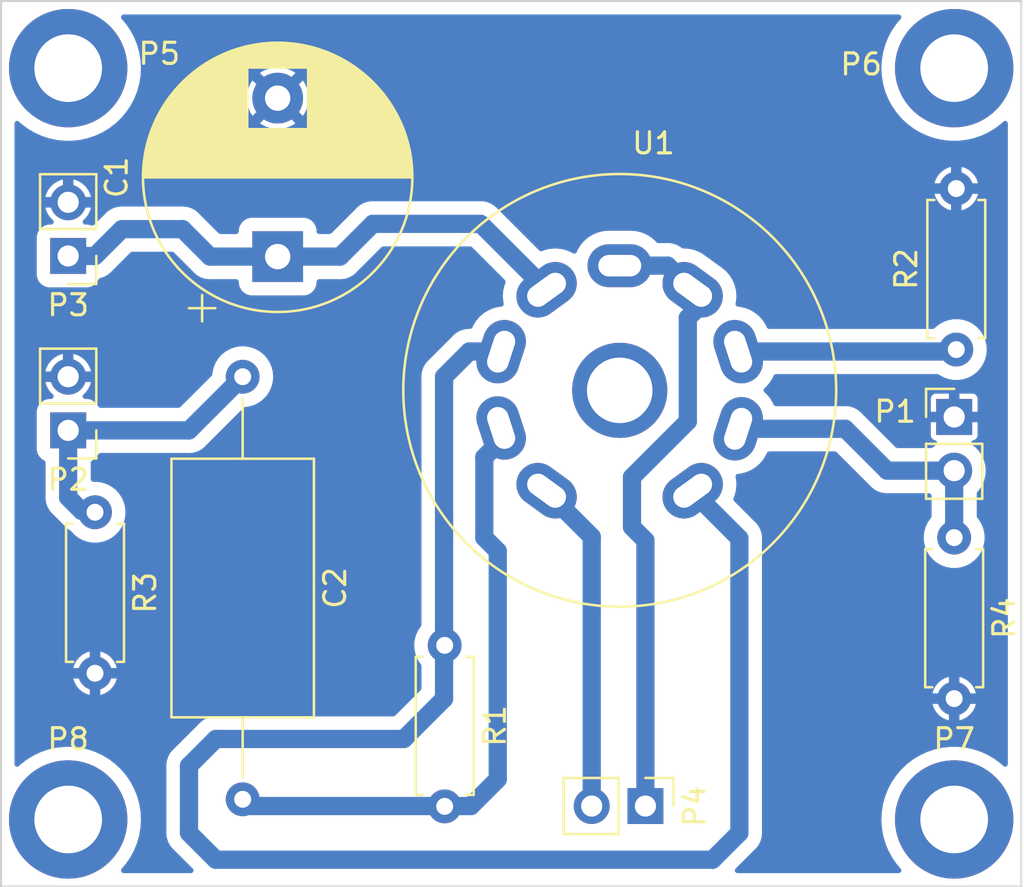
<source format=kicad_pcb>
(kicad_pcb (version 20221018) (generator pcbnew)
  (layers (0 "F.Cu" signal "Dessus") (31 "B.Cu" signal "Dessous") (34 "B.Paste" user) (35 "F.Paste" user) (36 "B.SilkS" user "B.Silkscreen") (37 "F.SilkS" user "F.Silkscreen") (38 "B.Mask" user) (39 "F.Mask" user) (44 "Edge.Cuts" user))
  (net 0 "")
  (net 1 "GND")
  (net 2 "Net-(P3-P1)")
  (net 3 "Net-(P2-P1)")
  (net 4 "Net-(U1A-K)")
  (net 5 "Net-(P1-PM)")
  (net 6 "Net-(P4-P1)")
  (net 7 "Net-(P4-PM)")
  (net 8 "Net-(U1A-G)")
  (net 9 "Net-(U1B-K)")
  (footprint "Capacitor_THT:CP_Radial_D12.5mm_P7.50mm" (layer "F.Cu") (at 133.1 102.9 90)
    (fp_text reference "C1" (at 3.75 -7.62 90) (layer "F.SilkS"))
    (fp_text value "10uF")
    (fp_line (start -3.067082 -3.575) (end -1.817082 -3.575) (stroke (width 0.12)) (layer "F.SilkS"))
    (fp_line (start -2.442082 -4.2) (end -2.442082 -2.95) (stroke (width 0.12)) (layer "F.SilkS"))
    (fp_line (start 3.75 -6.33) (end 3.75 6.33) (stroke (width 0.12)) (layer "F.SilkS"))
    (fp_line (start 3.79 -6.33) (end 3.79 6.33) (stroke (width 0.12)) (layer "F.SilkS"))
    (fp_line (start 3.83 -6.33) (end 3.83 6.33) (stroke (width 0.12)) (layer "F.SilkS"))
    (fp_line (start 3.87 -6.329) (end 3.87 6.329) (stroke (width 0.12)) (layer "F.SilkS"))
    (fp_line (start 3.91 -6.328) (end 3.91 6.328) (stroke (width 0.12)) (layer "F.SilkS"))
    (fp_line (start 3.95 -6.327) (end 3.95 6.327) (stroke (width 0.12)) (layer "F.SilkS"))
    (fp_line (start 3.99 -6.326) (end 3.99 6.326) (stroke (width 0.12)) (layer "F.SilkS"))
    (fp_line (start 4.03 -6.324) (end 4.03 6.324) (stroke (width 0.12)) (layer "F.SilkS"))
    (fp_line (start 4.07 -6.322) (end 4.07 6.322) (stroke (width 0.12)) (layer "F.SilkS"))
    (fp_line (start 4.11 -6.32) (end 4.11 6.32) (stroke (width 0.12)) (layer "F.SilkS"))
    (fp_line (start 4.15 -6.318) (end 4.15 6.318) (stroke (width 0.12)) (layer "F.SilkS"))
    (fp_line (start 4.19 -6.315) (end 4.19 6.315) (stroke (width 0.12)) (layer "F.SilkS"))
    (fp_line (start 4.23 -6.312) (end 4.23 6.312) (stroke (width 0.12)) (layer "F.SilkS"))
    (fp_line (start 4.27 -6.309) (end 4.27 6.309) (stroke (width 0.12)) (layer "F.SilkS"))
    (fp_line (start 4.31 -6.306) (end 4.31 6.306) (stroke (width 0.12)) (layer "F.SilkS"))
    (fp_line (start 4.35 -6.302) (end 4.35 6.302) (stroke (width 0.12)) (layer "F.SilkS"))
    (fp_line (start 4.39 -6.298) (end 4.39 6.298) (stroke (width 0.12)) (layer "F.SilkS"))
    (fp_line (start 4.43 -6.294) (end 4.43 6.294) (stroke (width 0.12)) (layer "F.SilkS"))
    (fp_line (start 4.471 -6.29) (end 4.471 6.29) (stroke (width 0.12)) (layer "F.SilkS"))
    (fp_line (start 4.511 -6.285) (end 4.511 6.285) (stroke (width 0.12)) (layer "F.SilkS"))
    (fp_line (start 4.551 -6.28) (end 4.551 6.28) (stroke (width 0.12)) (layer "F.SilkS"))
    (fp_line (start 4.591 -6.275) (end 4.591 6.275) (stroke (width 0.12)) (layer "F.SilkS"))
    (fp_line (start 4.631 -6.269) (end 4.631 6.269) (stroke (width 0.12)) (layer "F.SilkS"))
    (fp_line (start 4.671 -6.264) (end 4.671 6.264) (stroke (width 0.12)) (layer "F.SilkS"))
    (fp_line (start 4.711 -6.258) (end 4.711 6.258) (stroke (width 0.12)) (layer "F.SilkS"))
    (fp_line (start 4.751 -6.252) (end 4.751 6.252) (stroke (width 0.12)) (layer "F.SilkS"))
    (fp_line (start 4.791 -6.245) (end 4.791 6.245) (stroke (width 0.12)) (layer "F.SilkS"))
    (fp_line (start 4.831 -6.238) (end 4.831 6.238) (stroke (width 0.12)) (layer "F.SilkS"))
    (fp_line (start 4.871 -6.231) (end 4.871 6.231) (stroke (width 0.12)) (layer "F.SilkS"))
    (fp_line (start 4.911 -6.224) (end 4.911 6.224) (stroke (width 0.12)) (layer "F.SilkS"))
    (fp_line (start 4.951 -6.216) (end 4.951 6.216) (stroke (width 0.12)) (layer "F.SilkS"))
    (fp_line (start 4.991 -6.209) (end 4.991 6.209) (stroke (width 0.12)) (layer "F.SilkS"))
    (fp_line (start 5.031 -6.201) (end 5.031 6.201) (stroke (width 0.12)) (layer "F.SilkS"))
    (fp_line (start 5.071 -6.192) (end 5.071 6.192) (stroke (width 0.12)) (layer "F.SilkS"))
    (fp_line (start 5.111 -6.184) (end 5.111 6.184) (stroke (width 0.12)) (layer "F.SilkS"))
    (fp_line (start 5.151 -6.175) (end 5.151 6.175) (stroke (width 0.12)) (layer "F.SilkS"))
    (fp_line (start 5.191 -6.166) (end 5.191 6.166) (stroke (width 0.12)) (layer "F.SilkS"))
    (fp_line (start 5.231 -6.156) (end 5.231 6.156) (stroke (width 0.12)) (layer "F.SilkS"))
    (fp_line (start 5.271 -6.146) (end 5.271 6.146) (stroke (width 0.12)) (layer "F.SilkS"))
    (fp_line (start 5.311 -6.137) (end 5.311 6.137) (stroke (width 0.12)) (layer "F.SilkS"))
    (fp_line (start 5.351 -6.126) (end 5.351 6.126) (stroke (width 0.12)) (layer "F.SilkS"))
    (fp_line (start 5.391 -6.116) (end 5.391 6.116) (stroke (width 0.12)) (layer "F.SilkS"))
    (fp_line (start 5.431 -6.105) (end 5.431 6.105) (stroke (width 0.12)) (layer "F.SilkS"))
    (fp_line (start 5.471 -6.094) (end 5.471 6.094) (stroke (width 0.12)) (layer "F.SilkS"))
    (fp_line (start 5.511 -6.083) (end 5.511 6.083) (stroke (width 0.12)) (layer "F.SilkS"))
    (fp_line (start 5.551 -6.071) (end 5.551 6.071) (stroke (width 0.12)) (layer "F.SilkS"))
    (fp_line (start 5.591 -6.059) (end 5.591 6.059) (stroke (width 0.12)) (layer "F.SilkS"))
    (fp_line (start 5.631 -6.047) (end 5.631 6.047) (stroke (width 0.12)) (layer "F.SilkS"))
    (fp_line (start 5.671 -6.034) (end 5.671 6.034) (stroke (width 0.12)) (layer "F.SilkS"))
    (fp_line (start 5.711 -6.021) (end 5.711 6.021) (stroke (width 0.12)) (layer "F.SilkS"))
    (fp_line (start 5.751 -6.008) (end 5.751 6.008) (stroke (width 0.12)) (layer "F.SilkS"))
    (fp_line (start 5.791 -5.995) (end 5.791 5.995) (stroke (width 0.12)) (layer "F.SilkS"))
    (fp_line (start 5.831 -5.981) (end 5.831 5.981) (stroke (width 0.12)) (layer "F.SilkS"))
    (fp_line (start 5.871 -5.967) (end 5.871 5.967) (stroke (width 0.12)) (layer "F.SilkS"))
    (fp_line (start 5.911 -5.953) (end 5.911 5.953) (stroke (width 0.12)) (layer "F.SilkS"))
    (fp_line (start 5.951 -5.939) (end 5.951 5.939) (stroke (width 0.12)) (layer "F.SilkS"))
    (fp_line (start 5.991 -5.924) (end 5.991 5.924) (stroke (width 0.12)) (layer "F.SilkS"))
    (fp_line (start 6.031 -5.908) (end 6.031 5.908) (stroke (width 0.12)) (layer "F.SilkS"))
    (fp_line (start 6.071 -5.893) (end 6.071 -1.44) (stroke (width 0.12)) (layer "F.SilkS"))
    (fp_line (start 6.071 1.44) (end 6.071 5.893) (stroke (width 0.12)) (layer "F.SilkS"))
    (fp_line (start 6.111 -5.877) (end 6.111 -1.44) (stroke (width 0.12)) (layer "F.SilkS"))
    (fp_line (start 6.111 1.44) (end 6.111 5.877) (stroke (width 0.12)) (layer "F.SilkS"))
    (fp_line (start 6.151 -5.861) (end 6.151 -1.44) (stroke (width 0.12)) (layer "F.SilkS"))
    (fp_line (start 6.151 1.44) (end 6.151 5.861) (stroke (width 0.12)) (layer "F.SilkS"))
    (fp_line (start 6.191 -5.845) (end 6.191 -1.44) (stroke (width 0.12)) (layer "F.SilkS"))
    (fp_line (start 6.191 1.44) (end 6.191 5.845) (stroke (width 0.12)) (layer "F.SilkS"))
    (fp_line (start 6.231 -5.828) (end 6.231 -1.44) (stroke (width 0.12)) (layer "F.SilkS"))
    (fp_line (start 6.231 1.44) (end 6.231 5.828) (stroke (width 0.12)) (layer "F.SilkS"))
    (fp_line (start 6.271 -5.811) (end 6.271 -1.44) (stroke (width 0.12)) (layer "F.SilkS"))
    (fp_line (start 6.271 1.44) (end 6.271 5.811) (stroke (width 0.12)) (layer "F.SilkS"))
    (fp_line (start 6.311 -5.793) (end 6.311 -1.44) (stroke (width 0.12)) (layer "F.SilkS"))
    (fp_line (start 6.311 1.44) (end 6.311 5.793) (stroke (width 0.12)) (layer "F.SilkS"))
    (fp_line (start 6.351 -5.776) (end 6.351 -1.44) (stroke (width 0.12)) (layer "F.SilkS"))
    (fp_line (start 6.351 1.44) (end 6.351 5.776) (stroke (width 0.12)) (layer "F.SilkS"))
    (fp_line (start 6.391 -5.758) (end 6.391 -1.44) (stroke (width 0.12)) (layer "F.SilkS"))
    (fp_line (start 6.391 1.44) (end 6.391 5.758) (stroke (width 0.12)) (layer "F.SilkS"))
    (fp_line (start 6.431 -5.739) (end 6.431 -1.44) (stroke (width 0.12)) (layer "F.SilkS"))
    (fp_line (start 6.431 1.44) (end 6.431 5.739) (stroke (width 0.12)) (layer "F.SilkS"))
    (fp_line (start 6.471 -5.721) (end 6.471 -1.44) (stroke (width 0.12)) (layer "F.SilkS"))
    (fp_line (start 6.471 1.44) (end 6.471 5.721) (stroke (width 0.12)) (layer "F.SilkS"))
    (fp_line (start 6.511 -5.702) (end 6.511 -1.44) (stroke (width 0.12)) (layer "F.SilkS"))
    (fp_line (start 6.511 1.44) (end 6.511 5.702) (stroke (width 0.12)) (layer "F.SilkS"))
    (fp_line (start 6.551 -5.682) (end 6.551 -1.44) (stroke (width 0.12)) (layer "F.SilkS"))
    (fp_line (start 6.551 1.44) (end 6.551 5.682) (stroke (width 0.12)) (layer "F.SilkS"))
    (fp_line (start 6.591 -5.662) (end 6.591 -1.44) (stroke (width 0.12)) (layer "F.SilkS"))
    (fp_line (start 6.591 1.44) (end 6.591 5.662) (stroke (width 0.12)) (layer "F.SilkS"))
    (fp_line (start 6.631 -5.642) (end 6.631 -1.44) (stroke (width 0.12)) (layer "F.SilkS"))
    (fp_line (start 6.631 1.44) (end 6.631 5.642) (stroke (width 0.12)) (layer "F.SilkS"))
    (fp_line (start 6.671 -5.622) (end 6.671 -1.44) (stroke (width 0.12)) (layer "F.SilkS"))
    (fp_line (start 6.671 1.44) (end 6.671 5.622) (stroke (width 0.12)) (layer "F.SilkS"))
    (fp_line (start 6.711 -5.601) (end 6.711 -1.44) (stroke (width 0.12)) (layer "F.SilkS"))
    (fp_line (start 6.711 1.44) (end 6.711 5.601) (stroke (width 0.12)) (layer "F.SilkS"))
    (fp_line (start 6.751 -5.58) (end 6.751 -1.44) (stroke (width 0.12)) (layer "F.SilkS"))
    (fp_line (start 6.751 1.44) (end 6.751 5.58) (stroke (width 0.12)) (layer "F.SilkS"))
    (fp_line (start 6.791 -5.558) (end 6.791 -1.44) (stroke (width 0.12)) (layer "F.SilkS"))
    (fp_line (start 6.791 1.44) (end 6.791 5.558) (stroke (width 0.12)) (layer "F.SilkS"))
    (fp_line (start 6.831 -5.536) (end 6.831 -1.44) (stroke (width 0.12)) (layer "F.SilkS"))
    (fp_line (start 6.831 1.44) (end 6.831 5.536) (stroke (width 0.12)) (layer "F.SilkS"))
    (fp_line (start 6.871 -5.514) (end 6.871 -1.44) (stroke (width 0.12)) (layer "F.SilkS"))
    (fp_line (start 6.871 1.44) (end 6.871 5.514) (stroke (width 0.12)) (layer "F.SilkS"))
    (fp_line (start 6.911 -5.491) (end 6.911 -1.44) (stroke (width 0.12)) (layer "F.SilkS"))
    (fp_line (start 6.911 1.44) (end 6.911 5.491) (stroke (width 0.12)) (layer "F.SilkS"))
    (fp_line (start 6.951 -5.468) (end 6.951 -1.44) (stroke (width 0.12)) (layer "F.SilkS"))
    (fp_line (start 6.951 1.44) (end 6.951 5.468) (stroke (width 0.12)) (layer "F.SilkS"))
    (fp_line (start 6.991 -5.445) (end 6.991 -1.44) (stroke (width 0.12)) (layer "F.SilkS"))
    (fp_line (start 6.991 1.44) (end 6.991 5.445) (stroke (width 0.12)) (layer "F.SilkS"))
    (fp_line (start 7.031 -5.421) (end 7.031 -1.44) (stroke (width 0.12)) (layer "F.SilkS"))
    (fp_line (start 7.031 1.44) (end 7.031 5.421) (stroke (width 0.12)) (layer "F.SilkS"))
    (fp_line (start 7.071 -5.397) (end 7.071 -1.44) (stroke (width 0.12)) (layer "F.SilkS"))
    (fp_line (start 7.071 1.44) (end 7.071 5.397) (stroke (width 0.12)) (layer "F.SilkS"))
    (fp_line (start 7.111 -5.372) (end 7.111 -1.44) (stroke (width 0.12)) (layer "F.SilkS"))
    (fp_line (start 7.111 1.44) (end 7.111 5.372) (stroke (width 0.12)) (layer "F.SilkS"))
    (fp_line (start 7.151 -5.347) (end 7.151 -1.44) (stroke (width 0.12)) (layer "F.SilkS"))
    (fp_line (start 7.151 1.44) (end 7.151 5.347) (stroke (width 0.12)) (layer "F.SilkS"))
    (fp_line (start 7.191 -5.322) (end 7.191 -1.44) (stroke (width 0.12)) (layer "F.SilkS"))
    (fp_line (start 7.191 1.44) (end 7.191 5.322) (stroke (width 0.12)) (layer "F.SilkS"))
    (fp_line (start 7.231 -5.296) (end 7.231 -1.44) (stroke (width 0.12)) (layer "F.SilkS"))
    (fp_line (start 7.231 1.44) (end 7.231 5.296) (stroke (width 0.12)) (layer "F.SilkS"))
    (fp_line (start 7.271 -5.27) (end 7.271 -1.44) (stroke (width 0.12)) (layer "F.SilkS"))
    (fp_line (start 7.271 1.44) (end 7.271 5.27) (stroke (width 0.12)) (layer "F.SilkS"))
    (fp_line (start 7.311 -5.243) (end 7.311 -1.44) (stroke (width 0.12)) (layer "F.SilkS"))
    (fp_line (start 7.311 1.44) (end 7.311 5.243) (stroke (width 0.12)) (layer "F.SilkS"))
    (fp_line (start 7.351 -5.216) (end 7.351 -1.44) (stroke (width 0.12)) (layer "F.SilkS"))
    (fp_line (start 7.351 1.44) (end 7.351 5.216) (stroke (width 0.12)) (layer "F.SilkS"))
    (fp_line (start 7.391 -5.188) (end 7.391 -1.44) (stroke (width 0.12)) (layer "F.SilkS"))
    (fp_line (start 7.391 1.44) (end 7.391 5.188) (stroke (width 0.12)) (layer "F.SilkS"))
    (fp_line (start 7.431 -5.16) (end 7.431 -1.44) (stroke (width 0.12)) (layer "F.SilkS"))
    (fp_line (start 7.431 1.44) (end 7.431 5.16) (stroke (width 0.12)) (layer "F.SilkS"))
    (fp_line (start 7.471 -5.131) (end 7.471 -1.44) (stroke (width 0.12)) (layer "F.SilkS"))
    (fp_line (start 7.471 1.44) (end 7.471 5.131) (stroke (width 0.12)) (layer "F.SilkS"))
    (fp_line (start 7.511 -5.102) (end 7.511 -1.44) (stroke (width 0.12)) (layer "F.SilkS"))
    (fp_line (start 7.511 1.44) (end 7.511 5.102) (stroke (width 0.12)) (layer "F.SilkS"))
    (fp_line (start 7.551 -5.073) (end 7.551 -1.44) (stroke (width 0.12)) (layer "F.SilkS"))
    (fp_line (start 7.551 1.44) (end 7.551 5.073) (stroke (width 0.12)) (layer "F.SilkS"))
    (fp_line (start 7.591 -5.043) (end 7.591 -1.44) (stroke (width 0.12)) (layer "F.SilkS"))
    (fp_line (start 7.591 1.44) (end 7.591 5.043) (stroke (width 0.12)) (layer "F.SilkS"))
    (fp_line (start 7.631 -5.012) (end 7.631 -1.44) (stroke (width 0.12)) (layer "F.SilkS"))
    (fp_line (start 7.631 1.44) (end 7.631 5.012) (stroke (width 0.12)) (layer "F.SilkS"))
    (fp_line (start 7.671 -4.982) (end 7.671 -1.44) (stroke (width 0.12)) (layer "F.SilkS"))
    (fp_line (start 7.671 1.44) (end 7.671 4.982) (stroke (width 0.12)) (layer "F.SilkS"))
    (fp_line (start 7.711 -4.95) (end 7.711 -1.44) (stroke (width 0.12)) (layer "F.SilkS"))
    (fp_line (start 7.711 1.44) (end 7.711 4.95) (stroke (width 0.12)) (layer "F.SilkS"))
    (fp_line (start 7.751 -4.918) (end 7.751 -1.44) (stroke (width 0.12)) (layer "F.SilkS"))
    (fp_line (start 7.751 1.44) (end 7.751 4.918) (stroke (width 0.12)) (layer "F.SilkS"))
    (fp_line (start 7.791 -4.885) (end 7.791 -1.44) (stroke (width 0.12)) (layer "F.SilkS"))
    (fp_line (start 7.791 1.44) (end 7.791 4.885) (stroke (width 0.12)) (layer "F.SilkS"))
    (fp_line (start 7.831 -4.852) (end 7.831 -1.44) (stroke (width 0.12)) (layer "F.SilkS"))
    (fp_line (start 7.831 1.44) (end 7.831 4.852) (stroke (width 0.12)) (layer "F.SilkS"))
    (fp_line (start 7.871 -4.819) (end 7.871 -1.44) (stroke (width 0.12)) (layer "F.SilkS"))
    (fp_line (start 7.871 1.44) (end 7.871 4.819) (stroke (width 0.12)) (layer "F.SilkS"))
    (fp_line (start 7.911 -4.785) (end 7.911 -1.44) (stroke (width 0.12)) (layer "F.SilkS"))
    (fp_line (start 7.911 1.44) (end 7.911 4.785) (stroke (width 0.12)) (layer "F.SilkS"))
    (fp_line (start 7.951 -4.75) (end 7.951 -1.44) (stroke (width 0.12)) (layer "F.SilkS"))
    (fp_line (start 7.951 1.44) (end 7.951 4.75) (stroke (width 0.12)) (layer "F.SilkS"))
    (fp_line (start 7.991 -4.714) (end 7.991 -1.44) (stroke (width 0.12)) (layer "F.SilkS"))
    (fp_line (start 7.991 1.44) (end 7.991 4.714) (stroke (width 0.12)) (layer "F.SilkS"))
    (fp_line (start 8.031 -4.678) (end 8.031 -1.44) (stroke (width 0.12)) (layer "F.SilkS"))
    (fp_line (start 8.031 1.44) (end 8.031 4.678) (stroke (width 0.12)) (layer "F.SilkS"))
    (fp_line (start 8.071 -4.642) (end 8.071 -1.44) (stroke (width 0.12)) (layer "F.SilkS"))
    (fp_line (start 8.071 1.44) (end 8.071 4.642) (stroke (width 0.12)) (layer "F.SilkS"))
    (fp_line (start 8.111 -4.605) (end 8.111 -1.44) (stroke (width 0.12)) (layer "F.SilkS"))
    (fp_line (start 8.111 1.44) (end 8.111 4.605) (stroke (width 0.12)) (layer "F.SilkS"))
    (fp_line (start 8.151 -4.567) (end 8.151 -1.44) (stroke (width 0.12)) (layer "F.SilkS"))
    (fp_line (start 8.151 1.44) (end 8.151 4.567) (stroke (width 0.12)) (layer "F.SilkS"))
    (fp_line (start 8.191 -4.528) (end 8.191 -1.44) (stroke (width 0.12)) (layer "F.SilkS"))
    (fp_line (start 8.191 1.44) (end 8.191 4.528) (stroke (width 0.12)) (layer "F.SilkS"))
    (fp_line (start 8.231 -4.489) (end 8.231 -1.44) (stroke (width 0.12)) (layer "F.SilkS"))
    (fp_line (start 8.231 1.44) (end 8.231 4.489) (stroke (width 0.12)) (layer "F.SilkS"))
    (fp_line (start 8.271 -4.449) (end 8.271 -1.44) (stroke (width 0.12)) (layer "F.SilkS"))
    (fp_line (start 8.271 1.44) (end 8.271 4.449) (stroke (width 0.12)) (layer "F.SilkS"))
    (fp_line (start 8.311 -4.408) (end 8.311 -1.44) (stroke (width 0.12)) (layer "F.SilkS"))
    (fp_line (start 8.311 1.44) (end 8.311 4.408) (stroke (width 0.12)) (layer "F.SilkS"))
    (fp_line (start 8.351 -4.367) (end 8.351 -1.44) (stroke (width 0.12)) (layer "F.SilkS"))
    (fp_line (start 8.351 1.44) (end 8.351 4.367) (stroke (width 0.12)) (layer "F.SilkS"))
    (fp_line (start 8.391 -4.325) (end 8.391 -1.44) (stroke (width 0.12)) (layer "F.SilkS"))
    (fp_line (start 8.391 1.44) (end 8.391 4.325) (stroke (width 0.12)) (layer "F.SilkS"))
    (fp_line (start 8.431 -4.282) (end 8.431 -1.44) (stroke (width 0.12)) (layer "F.SilkS"))
    (fp_line (start 8.431 1.44) (end 8.431 4.282) (stroke (width 0.12)) (layer "F.SilkS"))
    (fp_line (start 8.471 -4.238) (end 8.471 -1.44) (stroke (width 0.12)) (layer "F.SilkS"))
    (fp_line (start 8.471 1.44) (end 8.471 4.238) (stroke (width 0.12)) (layer "F.SilkS"))
    (fp_line (start 8.511 -4.194) (end 8.511 -1.44) (stroke (width 0.12)) (layer "F.SilkS"))
    (fp_line (start 8.511 1.44) (end 8.511 4.194) (stroke (width 0.12)) (layer "F.SilkS"))
    (fp_line (start 8.551 -4.148) (end 8.551 -1.44) (stroke (width 0.12)) (layer "F.SilkS"))
    (fp_line (start 8.551 1.44) (end 8.551 4.148) (stroke (width 0.12)) (layer "F.SilkS"))
    (fp_line (start 8.591 -4.102) (end 8.591 -1.44) (stroke (width 0.12)) (layer "F.SilkS"))
    (fp_line (start 8.591 1.44) (end 8.591 4.102) (stroke (width 0.12)) (layer "F.SilkS"))
    (fp_line (start 8.631 -4.055) (end 8.631 -1.44) (stroke (width 0.12)) (layer "F.SilkS"))
    (fp_line (start 8.631 1.44) (end 8.631 4.055) (stroke (width 0.12)) (layer "F.SilkS"))
    (fp_line (start 8.671 -4.007) (end 8.671 -1.44) (stroke (width 0.12)) (layer "F.SilkS"))
    (fp_line (start 8.671 1.44) (end 8.671 4.007) (stroke (width 0.12)) (layer "F.SilkS"))
    (fp_line (start 8.711 -3.957) (end 8.711 -1.44) (stroke (width 0.12)) (layer "F.SilkS"))
    (fp_line (start 8.711 1.44) (end 8.711 3.957) (stroke (width 0.12)) (layer "F.SilkS"))
    (fp_line (start 8.751 -3.907) (end 8.751 -1.44) (stroke (width 0.12)) (layer "F.SilkS"))
    (fp_line (start 8.751 1.44) (end 8.751 3.907) (stroke (width 0.12)) (layer "F.SilkS"))
    (fp_line (start 8.791 -3.856) (end 8.791 -1.44) (stroke (width 0.12)) (layer "F.SilkS"))
    (fp_line (start 8.791 1.44) (end 8.791 3.856) (stroke (width 0.12)) (layer "F.SilkS"))
    (fp_line (start 8.831 -3.804) (end 8.831 -1.44) (stroke (width 0.12)) (layer "F.SilkS"))
    (fp_line (start 8.831 1.44) (end 8.831 3.804) (stroke (width 0.12)) (layer "F.SilkS"))
    (fp_line (start 8.871 -3.75) (end 8.871 -1.44) (stroke (width 0.12)) (layer "F.SilkS"))
    (fp_line (start 8.871 1.44) (end 8.871 3.75) (stroke (width 0.12)) (layer "F.SilkS"))
    (fp_line (start 8.911 -3.696) (end 8.911 -1.44) (stroke (width 0.12)) (layer "F.SilkS"))
    (fp_line (start 8.911 1.44) (end 8.911 3.696) (stroke (width 0.12)) (layer "F.SilkS"))
    (fp_line (start 8.951 -3.64) (end 8.951 3.64) (stroke (width 0.12)) (layer "F.SilkS"))
    (fp_line (start 8.991 -3.583) (end 8.991 3.583) (stroke (width 0.12)) (layer "F.SilkS"))
    (fp_line (start 9.031 -3.524) (end 9.031 3.524) (stroke (width 0.12)) (layer "F.SilkS"))
    (fp_line (start 9.071 -3.464) (end 9.071 3.464) (stroke (width 0.12)) (layer "F.SilkS"))
    (fp_line (start 9.111 -3.402) (end 9.111 3.402) (stroke (width 0.12)) (layer "F.SilkS"))
    (fp_line (start 9.151 -3.339) (end 9.151 3.339) (stroke (width 0.12)) (layer "F.SilkS"))
    (fp_line (start 9.191 -3.275) (end 9.191 3.275) (stroke (width 0.12)) (layer "F.SilkS"))
    (fp_line (start 9.231 -3.208) (end 9.231 3.208) (stroke (width 0.12)) (layer "F.SilkS"))
    (fp_line (start 9.271 -3.14) (end 9.271 3.14) (stroke (width 0.12)) (layer "F.SilkS"))
    (fp_line (start 9.311 -3.069) (end 9.311 3.069) (stroke (width 0.12)) (layer "F.SilkS"))
    (fp_line (start 9.351 -2.996) (end 9.351 2.996) (stroke (width 0.12)) (layer "F.SilkS"))
    (fp_line (start 9.391 -2.921) (end 9.391 2.921) (stroke (width 0.12)) (layer "F.SilkS"))
    (fp_line (start 9.431 -2.844) (end 9.431 2.844) (stroke (width 0.12)) (layer "F.SilkS"))
    (fp_line (start 9.471 -2.764) (end 9.471 2.764) (stroke (width 0.12)) (layer "F.SilkS"))
    (fp_line (start 9.511 -2.681) (end 9.511 2.681) (stroke (width 0.12)) (layer "F.SilkS"))
    (fp_line (start 9.551 -2.594) (end 9.551 2.594) (stroke (width 0.12)) (layer "F.SilkS"))
    (fp_line (start 9.591 -2.504) (end 9.591 2.504) (stroke (width 0.12)) (layer "F.SilkS"))
    (fp_line (start 9.631 -2.41) (end 9.631 2.41) (stroke (width 0.12)) (layer "F.SilkS"))
    (fp_line (start 9.671 -2.312) (end 9.671 2.312) (stroke (width 0.12)) (layer "F.SilkS"))
    (fp_line (start 9.711 -2.209) (end 9.711 2.209) (stroke (width 0.12)) (layer "F.SilkS"))
    (fp_line (start 9.751 -2.1) (end 9.751 2.1) (stroke (width 0.12)) (layer "F.SilkS"))
    (fp_line (start 9.791 -1.984) (end 9.791 1.984) (stroke (width 0.12)) (layer "F.SilkS"))
    (fp_line (start 9.831 -1.861) (end 9.831 1.861) (stroke (width 0.12)) (layer "F.SilkS"))
    (fp_line (start 9.871 -1.728) (end 9.871 1.728) (stroke (width 0.12)) (layer "F.SilkS"))
    (fp_line (start 9.911 -1.583) (end 9.911 1.583) (stroke (width 0.12)) (layer "F.SilkS"))
    (fp_line (start 9.951 -1.422) (end 9.951 1.422) (stroke (width 0.12)) (layer "F.SilkS"))
    (fp_line (start 9.991 -1.241) (end 9.991 1.241) (stroke (width 0.12)) (layer "F.SilkS"))
    (fp_line (start 10.031 -1.028) (end 10.031 1.028) (stroke (width 0.12)) (layer "F.SilkS"))
    (fp_line (start 10.071 -0.757) (end 10.071 0.757) (stroke (width 0.12)) (layer "F.SilkS"))
    (fp_line (start 10.111 -0.317) (end 10.111 0.317) (stroke (width 0.12)) (layer "F.SilkS"))
    (fp_circle (center 3.75 0) (end 10.12 0) (stroke (width 0.12)) (fill none) (layer "F.SilkS"))
    (pad "1" thru_hole rect (at 0 0 90) (size 2.4 2.4) (drill 1.2) (layers "*.Cu" "*.Mask") (net 2 "Net-(P3-P1)"))
    (pad "2" thru_hole circle (at 7.5 0 90) (size 2.4 2.4) (drill 1.2) (layers "*.Cu" "*.Mask") (net 1 "GND"))
  )
  (footprint "Resistor_THT:R_Axial_DIN0207_L6.3mm_D2.5mm_P7.62mm_Horizontal" (layer "F.Cu") (at 141 121.3 -90)
    (fp_text reference "R1" (at 3.81 -2.37 -90) (layer "F.SilkS"))
    (fp_text value "1.5K")
    (fp_line (start 0.54 -1.37) (end 7.08 -1.37) (stroke (width 0.12)) (layer "F.SilkS"))
    (fp_line (start 0.54 -1.04) (end 0.54 -1.37) (stroke (width 0.12)) (layer "F.SilkS"))
    (fp_line (start 0.54 1.04) (end 0.54 1.37) (stroke (width 0.12)) (layer "F.SilkS"))
    (fp_line (start 0.54 1.37) (end 7.08 1.37) (stroke (width 0.12)) (layer "F.SilkS"))
    (fp_line (start 7.08 -1.37) (end 7.08 -1.04) (stroke (width 0.12)) (layer "F.SilkS"))
    (fp_line (start 7.08 1.37) (end 7.08 1.04) (stroke (width 0.12)) (layer "F.SilkS"))
    (pad "1" thru_hole circle (at 0 0 270) (size 1.6 1.6) (drill 0.8) (layers "*.Cu" "*.Mask") (net 8 "Net-(U1A-G)"))
    (pad "2" thru_hole oval (at 7.62 0 270) (size 1.6 1.6) (drill 0.8) (layers "*.Cu" "*.Mask") (net 4 "Net-(U1A-K)"))
  )
  (footprint "Resistor_THT:R_Axial_DIN0207_L6.3mm_D2.5mm_P7.62mm_Horizontal" (layer "F.Cu") (at 165.2 107.3 90)
    (fp_text reference "R2" (at 3.81 -2.37 90) (layer "F.SilkS"))
    (fp_text value "1.5K")
    (fp_line (start 0.54 -1.37) (end 7.08 -1.37) (stroke (width 0.12)) (layer "F.SilkS"))
    (fp_line (start 0.54 -1.04) (end 0.54 -1.37) (stroke (width 0.12)) (layer "F.SilkS"))
    (fp_line (start 0.54 1.04) (end 0.54 1.37) (stroke (width 0.12)) (layer "F.SilkS"))
    (fp_line (start 0.54 1.37) (end 7.08 1.37) (stroke (width 0.12)) (layer "F.SilkS"))
    (fp_line (start 7.08 -1.37) (end 7.08 -1.04) (stroke (width 0.12)) (layer "F.SilkS"))
    (fp_line (start 7.08 1.37) (end 7.08 1.04) (stroke (width 0.12)) (layer "F.SilkS"))
    (pad "1" thru_hole circle (at 0 0 90) (size 1.6 1.6) (drill 0.8) (layers "*.Cu" "*.Mask") (net 9 "Net-(U1B-K)"))
    (pad "2" thru_hole oval (at 7.62 0 90) (size 1.6 1.6) (drill 0.8) (layers "*.Cu" "*.Mask") (net 1 "GND"))
  )
  (footprint "Resistor_THT:R_Axial_DIN0207_L6.3mm_D2.5mm_P7.62mm_Horizontal" (layer "F.Cu") (at 124.46 115 -90)
    (fp_text reference "R3" (at 3.81 -2.37 -90) (layer "F.SilkS"))
    (fp_text value "100K")
    (fp_line (start 0.54 -1.37) (end 7.08 -1.37) (stroke (width 0.12)) (layer "F.SilkS"))
    (fp_line (start 0.54 -1.04) (end 0.54 -1.37) (stroke (width 0.12)) (layer "F.SilkS"))
    (fp_line (start 0.54 1.04) (end 0.54 1.37) (stroke (width 0.12)) (layer "F.SilkS"))
    (fp_line (start 0.54 1.37) (end 7.08 1.37) (stroke (width 0.12)) (layer "F.SilkS"))
    (fp_line (start 7.08 -1.37) (end 7.08 -1.04) (stroke (width 0.12)) (layer "F.SilkS"))
    (fp_line (start 7.08 1.37) (end 7.08 1.04) (stroke (width 0.12)) (layer "F.SilkS"))
    (pad "1" thru_hole circle (at 0 0 270) (size 1.6 1.6) (drill 0.8) (layers "*.Cu" "*.Mask") (net 3 "Net-(P2-P1)"))
    (pad "2" thru_hole oval (at 7.62 0 270) (size 1.6 1.6) (drill 0.8) (layers "*.Cu" "*.Mask") (net 1 "GND"))
  )
  (footprint "Resistor_THT:R_Axial_DIN0207_L6.3mm_D2.5mm_P7.62mm_Horizontal" (layer "F.Cu") (at 165.1 116.2 -90)
    (fp_text reference "R4" (at 3.81 -2.37 -90) (layer "F.SilkS"))
    (fp_text value "47K")
    (fp_line (start 0.54 -1.37) (end 7.08 -1.37) (stroke (width 0.12)) (layer "F.SilkS"))
    (fp_line (start 0.54 -1.04) (end 0.54 -1.37) (stroke (width 0.12)) (layer "F.SilkS"))
    (fp_line (start 0.54 1.04) (end 0.54 1.37) (stroke (width 0.12)) (layer "F.SilkS"))
    (fp_line (start 0.54 1.37) (end 7.08 1.37) (stroke (width 0.12)) (layer "F.SilkS"))
    (fp_line (start 7.08 -1.37) (end 7.08 -1.04) (stroke (width 0.12)) (layer "F.SilkS"))
    (fp_line (start 7.08 1.37) (end 7.08 1.04) (stroke (width 0.12)) (layer "F.SilkS"))
    (pad "1" thru_hole circle (at 0 0 270) (size 1.6 1.6) (drill 0.8) (layers "*.Cu" "*.Mask") (net 5 "Net-(P1-PM)"))
    (pad "2" thru_hole oval (at 7.62 0 270) (size 1.6 1.6) (drill 0.8) (layers "*.Cu" "*.Mask") (net 1 "GND"))
  )
  (footprint "Footprints:MountingHole_3.2mm_M3_DIN965_Pad" (layer "F.Cu") (at 123.19 93.98)
    (fp_text reference "P5" (at 4.31 -0.68) (layer "F.SilkS"))
    (fp_text value "CONN_1")
    (pad "1" thru_hole circle (at 0 0) (size 5.6 5.6) (drill 3.2) (layers "*.Cu" "*.Mask"))
  )
  (footprint "Footprints:MountingHole_3.2mm_M3_DIN965_Pad" (layer "F.Cu") (at 165.1 93.98)
    (fp_text reference "P6" (at -4.4 -0.18) (layer "F.SilkS"))
    (fp_text value "CONN_1")
    (pad "1" thru_hole circle (at 0 0) (size 5.6 5.6) (drill 3.2) (layers "*.Cu" "*.Mask"))
  )
  (footprint "Footprints:MountingHole_3.2mm_M3_DIN965_Pad" (layer "F.Cu") (at 165.1 129.54)
    (fp_text reference "P7" (at 0 -3.8) (layer "F.SilkS"))
    (fp_text value "CONN_1")
    (pad "1" thru_hole circle (at 0 0) (size 5.6 5.6) (drill 3.2) (layers "*.Cu" "*.Mask"))
  )
  (footprint "Footprints:MountingHole_3.2mm_M3_DIN965_Pad" (layer "F.Cu") (at 123.19 129.54)
    (fp_text reference "P8" (at 0 -3.8) (layer "F.SilkS"))
    (fp_text value "CONN_1")
    (pad "1" thru_hole circle (at 0 0) (size 5.6 5.6) (drill 3.2) (layers "*.Cu" "*.Mask"))
  )
  (footprint "Footprints:Valve_ECC-83-2" (layer "F.Cu") (at 149.28 109.23)
    (fp_text reference "U1" (at 1.596 -11.694) (layer "F.SilkS"))
    (fp_text value "ECC83")
    (fp_circle (center 0 0) (end 10.16 1.27) (stroke (width 0.12)) (fill none) (layer "F.SilkS"))
    (pad "" thru_hole circle (at 0 0) (size 4.5 4.5) (drill 3.1) (layers "*.Cu" "*.Mask"))
    (pad "1" thru_hole oval (at 3.45 4.75 306) (size 2.03 3.05) (drill oval 1.02 2.03) (layers "*.Cu" "*.Mask") (net 8 "Net-(U1A-G)"))
    (pad "2" thru_hole oval (at 5.6 1.82 342) (size 2.03 3.05) (drill oval 1.02 2.03) (layers "*.Cu" "*.Mask") (net 5 "Net-(P1-PM)"))
    (pad "3" thru_hole oval (at 5.6 -1.83 18) (size 2.03 3.05) (drill oval 1.02 2.03) (layers "*.Cu" "*.Mask") (net 9 "Net-(U1B-K)"))
    (pad "4" thru_hole oval (at 3.45 -4.76 54) (size 2.03 3.05) (drill oval 1.02 2.03) (layers "*.Cu" "*.Mask") (net 6 "Net-(P4-P1)"))
    (pad "5" thru_hole oval (at 0 -5.9 90) (size 2.03 3.05) (drill oval 1.02 2.03) (layers "*.Cu" "*.Mask") (net 6 "Net-(P4-P1)"))
    (pad "6" thru_hole oval (at -3.46 -4.76 306) (size 2.03 3.05) (drill oval 1.02 2.03) (layers "*.Cu" "*.Mask") (net 2 "Net-(P3-P1)"))
    (pad "7" thru_hole oval (at -5.61 -1.83 342) (size 2.03 3.05) (drill oval 1.02 2.03) (layers "*.Cu" "*.Mask") (net 8 "Net-(U1A-G)"))
    (pad "8" thru_hole oval (at -5.61 1.78 18) (size 2.03 3.05) (drill oval 1.02 2.03) (layers "*.Cu" "*.Mask") (net 4 "Net-(U1A-K)"))
    (pad "9" thru_hole oval (at -3.46 4.75 54) (size 2.03 3.05) (drill oval 1.02 2.03) (layers "*.Cu" "*.Mask") (net 7 "Net-(P4-PM)"))
  )
  (footprint "Capacitor_THT:C_Axial_L12.0mm_D6.5mm_P20.00mm_Horizontal" (layer "F.Cu") (at 131.445 108.585 -90)
    (fp_text reference "C2" (at 10 -4.37 -90) (layer "F.SilkS"))
    (fp_text value "680nF")
    (fp_line (start 1.04 0) (end 3.88 0) (stroke (width 0.12)) (layer "F.SilkS"))
    (fp_line (start 3.88 -3.37) (end 3.88 3.37) (stroke (width 0.12)) (layer "F.SilkS"))
    (fp_line (start 3.88 3.37) (end 16.12 3.37) (stroke (width 0.12)) (layer "F.SilkS"))
    (fp_line (start 16.12 -3.37) (end 3.88 -3.37) (stroke (width 0.12)) (layer "F.SilkS"))
    (fp_line (start 16.12 3.37) (end 16.12 -3.37) (stroke (width 0.12)) (layer "F.SilkS"))
    (fp_line (start 18.96 0) (end 16.12 0) (stroke (width 0.12)) (layer "F.SilkS"))
    (pad "1" thru_hole circle (at 0 0 270) (size 1.6 1.6) (drill 0.8) (layers "*.Cu" "*.Mask") (net 3 "Net-(P2-P1)"))
    (pad "2" thru_hole oval (at 20 0 270) (size 1.6 1.6) (drill 0.8) (layers "*.Cu" "*.Mask") (net 4 "Net-(U1A-K)"))
  )
  (footprint "Connector_PinHeader_2.54mm:PinHeader_1x02_P2.54mm_Vertical" (layer "F.Cu") (at 123.19 111.125 180)
    (fp_text reference "P2" (at 0 -2.33 180) (layer "F.SilkS"))
    (fp_text value "OUT")
    (fp_line (start -1.33 -1.33) (end 0 -1.33) (stroke (width 0.12)) (layer "F.SilkS"))
    (fp_line (start -1.33 0) (end -1.33 -1.33) (stroke (width 0.12)) (layer "F.SilkS"))
    (fp_line (start -1.33 1.27) (end -1.33 3.87) (stroke (width 0.12)) (layer "F.SilkS"))
    (fp_line (start -1.33 1.27) (end 1.33 1.27) (stroke (width 0.12)) (layer "F.SilkS"))
    (fp_line (start -1.33 3.87) (end 1.33 3.87) (stroke (width 0.12)) (layer "F.SilkS"))
    (fp_line (start 1.33 1.27) (end 1.33 3.87) (stroke (width 0.12)) (layer "F.SilkS"))
    (pad "1" thru_hole rect (at 0 0 180) (size 1.7 1.7) (drill 1) (layers "*.Cu" "*.Mask") (net 3 "Net-(P2-P1)"))
    (pad "2" thru_hole oval (at 0 2.54 180) (size 1.7 1.7) (drill 1) (layers "*.Cu" "*.Mask") (net 1 "GND"))
  )
  (footprint "Connector_PinHeader_2.54mm:PinHeader_1x02_P2.54mm_Vertical" (layer "F.Cu") (at 123.19 102.87 180)
    (fp_text reference "P3" (at 0 -2.33 180) (layer "F.SilkS"))
    (fp_text value "POWER")
    (fp_line (start -1.33 -1.33) (end 0 -1.33) (stroke (width 0.12)) (layer "F.SilkS"))
    (fp_line (start -1.33 0) (end -1.33 -1.33) (stroke (width 0.12)) (layer "F.SilkS"))
    (fp_line (start -1.33 1.27) (end -1.33 3.87) (stroke (width 0.12)) (layer "F.SilkS"))
    (fp_line (start -1.33 1.27) (end 1.33 1.27) (stroke (width 0.12)) (layer "F.SilkS"))
    (fp_line (start -1.33 3.87) (end 1.33 3.87) (stroke (width 0.12)) (layer "F.SilkS"))
    (fp_line (start 1.33 1.27) (end 1.33 3.87) (stroke (width 0.12)) (layer "F.SilkS"))
    (pad "1" thru_hole rect (at 0 0 180) (size 1.7 1.7) (drill 1) (layers "*.Cu" "*.Mask") (net 2 "Net-(P3-P1)"))
    (pad "2" thru_hole oval (at 0 2.54 180) (size 1.7 1.7) (drill 1) (layers "*.Cu" "*.Mask") (net 1 "GND"))
  )
  (footprint "Connector_PinHeader_2.54mm:PinHeader_1x02_P2.54mm_Vertical" (layer "F.Cu") (at 165.1 110.49)
    (fp_text reference "P1" (at -2.794 -0.254) (layer "F.SilkS"))
    (fp_text value "IN")
    (fp_line (start -1.33 -1.33) (end 0 -1.33) (stroke (width 0.12)) (layer "F.SilkS"))
    (fp_line (start -1.33 0) (end -1.33 -1.33) (stroke (width 0.12)) (layer "F.SilkS"))
    (fp_line (start -1.33 1.27) (end -1.33 3.87) (stroke (width 0.12)) (layer "F.SilkS"))
    (fp_line (start -1.33 1.27) (end 1.33 1.27) (stroke (width 0.12)) (layer "F.SilkS"))
    (fp_line (start -1.33 3.87) (end 1.33 3.87) (stroke (width 0.12)) (layer "F.SilkS"))
    (fp_line (start 1.33 1.27) (end 1.33 3.87) (stroke (width 0.12)) (layer "F.SilkS"))
    (pad "1" thru_hole rect (at 0 0) (size 1.7 1.7) (drill 1) (layers "*.Cu" "*.Mask") (net 1 "GND"))
    (pad "2" thru_hole oval (at 0 2.54) (size 1.7 1.7) (drill 1) (layers "*.Cu" "*.Mask") (net 5 "Net-(P1-PM)"))
  )
  (footprint "Connector_PinHeader_2.54mm:PinHeader_1x02_P2.54mm_Vertical" (layer "F.Cu") (at 150.495 128.905 -90)
    (fp_text reference "P4" (at 0 -2.33 -90) (layer "F.SilkS"))
    (fp_text value "CONN_2")
    (fp_line (start -1.33 -1.33) (end 0 -1.33) (stroke (width 0.12)) (layer "F.SilkS"))
    (fp_line (start -1.33 0) (end -1.33 -1.33) (stroke (width 0.12)) (layer "F.SilkS"))
    (fp_line (start -1.33 1.27) (end -1.33 3.87) (stroke (width 0.12)) (layer "F.SilkS"))
    (fp_line (start -1.33 1.27) (end 1.33 1.27) (stroke (width 0.12)) (layer "F.SilkS"))
    (fp_line (start -1.33 3.87) (end 1.33 3.87) (stroke (width 0.12)) (layer "F.SilkS"))
    (fp_line (start 1.33 1.27) (end 1.33 3.87) (stroke (width 0.12)) (layer "F.SilkS"))
    (pad "1" thru_hole rect (at 0 0 270) (size 1.7 1.7) (drill 1) (layers "*.Cu" "*.Mask") (net 6 "Net-(P4-P1)"))
    (pad "2" thru_hole oval (at 0 2.54 270) (size 1.7 1.7) (drill 1) (layers "*.Cu" "*.Mask") (net 7 "Net-(P4-PM)"))
  )
  (gr_line (start 168.275 90.805) (end 168.275 132.715) (stroke (width 0.1)) (layer "Edge.Cuts"))
  (gr_line (start 120.015 90.805) (end 120.015 132.715) (stroke (width 0.1)) (layer "Edge.Cuts"))
  (gr_line (start 168.275 90.805) (end 120.015 90.805) (stroke (width 0.1)) (layer "Edge.Cuts"))
  (gr_line (start 168.275 132.715) (end 120.015 132.715) (stroke (width 0.1)) (layer "Edge.Cuts"))
  (segment (start 165.1 123.825) (end 165.354 123.825) (width 0.8636) (layer "B.Cu") (net 1))
  (segment (start 142.7 101.35) (end 137.6 101.35) (width 0.8636) (layer "B.Cu") (net 2))
  (segment (start 123.19 102.87) (end 124.46 102.87) (width 0.8636) (layer "B.Cu") (net 2))
  (segment (start 129.9 102.9) (end 133.1 102.9) (width 0.8636) (layer "B.Cu") (net 2))
  (segment (start 133.1 102.9) (end 136.05 102.9) (width 0.8636) (layer "B.Cu") (net 2))
  (segment (start 124.46 102.87) (end 125.73 101.6) (width 0.8636) (layer "B.Cu") (net 2))
  (segment (start 125.73 101.6) (end 128.6 101.6) (width 0.8636) (layer "B.Cu") (net 2))
  (segment (start 145.82 104.47) (end 142.7 101.35) (width 0.8636) (layer "B.Cu") (net 2))
  (segment (start 128.6 101.6) (end 129.9 102.9) (width 0.8636) (layer "B.Cu") (net 2))
  (segment (start 136.05 102.9) (end 137.6 101.35) (width 0.8636) (layer "B.Cu") (net 2))
  (segment (start 128.905 111.125) (end 123.19 111.125) (width 0.8636) (layer "B.Cu") (net 3))
  (segment (start 131.445 108.585) (end 128.905 111.125) (width 0.8636) (layer "B.Cu") (net 3))
  (segment (start 123.825 114.935) (end 123.19 114.3) (width 0.8636) (layer "B.Cu") (net 3))
  (segment (start 124.46 114.935) (end 123.825 114.935) (width 0.8636) (layer "B.Cu") (net 3))
  (segment (start 123.19 114.3) (end 123.19 111.125) (width 0.8636) (layer "B.Cu") (net 3))
  (segment (start 143.61668 111.65332) (end 142.875 112.395) (width 0.8636) (layer "B.Cu") (net 4))
  (segment (start 140.97 128.905) (end 142.24 128.905) (width 0.8636) (layer "B.Cu") (net 4))
  (segment (start 143.51 127.635) (end 143.51 116.84) (width 0.8636) (layer "B.Cu") (net 4))
  (segment (start 142.24 128.905) (end 143.51 127.635) (width 0.8636) (layer "B.Cu") (net 4))
  (segment (start 142.875 116.205) (end 143.51 116.84) (width 0.8636) (layer "B.Cu") (net 4))
  (segment (start 143.61668 111.00816) (end 143.61668 111.65332) (width 0.8636) (layer "B.Cu") (net 4))
  (segment (start 131.445 128.905) (end 140.97 128.905) (width 0.8636) (layer "B.Cu") (net 4))
  (segment (start 142.875 112.395) (end 142.875 116.205) (width 0.8636) (layer "B.Cu") (net 4))
  (segment (start 161.925 113.03) (end 165.1 113.03) (width 0.8636) (layer "B.Cu") (net 5))
  (segment (start 154.83332 111.0488) (end 159.9438 111.0488) (width 0.8636) (layer "B.Cu") (net 5))
  (segment (start 159.9438 111.0488) (end 161.925 113.03) (width 0.8636) (layer "B.Cu") (net 5))
  (segment (start 165.1 113.03) (end 165.1 116.205) (width 0.8636) (layer "B.Cu") (net 5))
  (segment (start 152.7544 105.5456) (end 152.5 105.8) (width 0.8636) (layer "B.Cu") (net 6))
  (segment (start 152.5 105.8) (end 152.5 110.7) (width 0.8636) (layer "B.Cu") (net 6))
  (segment (start 152.5 110.7) (end 149.86 113.34) (width 0.8636) (layer "B.Cu") (net 6))
  (segment (start 149.86 113.34) (end 149.86 115.697) (width 0.8636) (layer "B.Cu") (net 6))
  (segment (start 151.54148 103.3272) (end 152.6794 104.46512) (width 0.8636) (layer "B.Cu") (net 6))
  (segment (start 150.495 128.905) (end 150.495 116.332) (width 0.8636) (layer "B.Cu") (net 6))
  (segment (start 152.7544 104.44512) (end 152.7544 105.5456) (width 0.8636) (layer "B.Cu") (net 6))
  (segment (start 149.225 103.3272) (end 151.54148 103.3272) (width 0.8636) (layer "B.Cu") (net 6))
  (segment (start 149.86 115.697) (end 150.495 116.332) (width 0.8636) (layer "B.Cu") (net 6))
  (segment (start 147.955 116.15928) (end 145.7706 113.97488) (width 0.8636) (layer "B.Cu") (net 7))
  (segment (start 147.955 128.905) (end 147.955 116.15928) (width 0.8636) (layer "B.Cu") (net 7))
  (segment (start 143.61668 107.3912) (end 142.1638 107.3912) (width 0.8636) (layer "B.Cu") (net 8))
  (segment (start 153.67 131.445) (end 154.94 130.175) (width 0.8636) (layer "B.Cu") (net 8))
  (segment (start 139.065 125.73) (end 130.175 125.73) (width 0.8636) (layer "B.Cu") (net 8))
  (segment (start 154.94 130.175) (end 154.94 116.23548) (width 0.8636) (layer "B.Cu") (net 8))
  (segment (start 142.1638 107.3912) (end 140.97 108.585) (width 0.8636) (layer "B.Cu") (net 8))
  (segment (start 140.97 108.585) (end 140.97 121.285) (width 0.8636) (layer "B.Cu") (net 8))
  (segment (start 154.94 116.23548) (end 152.6794 113.97488) (width 0.8636) (layer "B.Cu") (net 8))
  (segment (start 130.175 131.445) (end 153.67 131.445) (width 0.8636) (layer "B.Cu") (net 8))
  (segment (start 130.175 125.73) (end 128.905 127) (width 0.8636) (layer "B.Cu") (net 8))
  (segment (start 128.905 130.175) (end 130.175 131.445) (width 0.8636) (layer "B.Cu") (net 8))
  (segment (start 128.905 127) (end 128.905 130.175) (width 0.8636) (layer "B.Cu") (net 8))
  (segment (start 140.97 123.825) (end 139.065 125.73) (width 0.8636) (layer "B.Cu") (net 8))
  (segment (start 140.97 121.285) (end 140.97 123.825) (width 0.8636) (layer "B.Cu") (net 8))
  (segment (start 154.83332 107.3912) (end 165.0238 107.3912) (width 0.8636) (layer "B.Cu") (net 9))
  (segment (start 165.0238 107.3912) (end 165.1 107.315) (width 0.8636) (layer "B.Cu") (net 9))
  (zone (net 1) (net_name "GND") (layer "B.Cu") (connect_pads (clearance 0.635)) (min_thickness 0.254) (fill yes (thermal_gap 0.254) (thermal_bridge_width 0.50038))
    (polygon (pts (xy 167.64 132.08) (xy 167.64 91.44) (xy 120.65 91.44) (xy 120.65 132.08)))
  )
)
</source>
